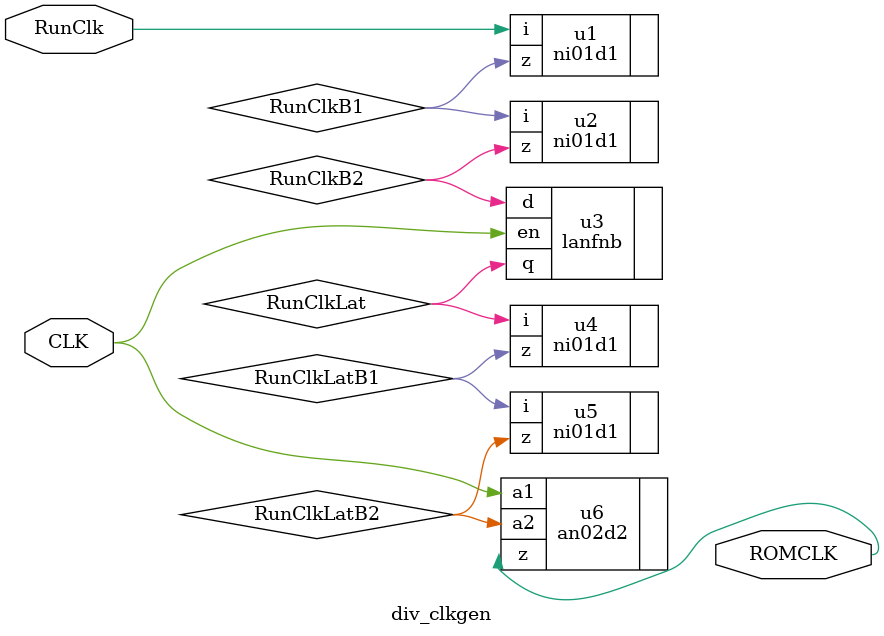
<source format=v>
/*
*************************************************************************
*									*
*               Copyright (C) 1994, Silicon Graphics, Inc.		*
*									*
*  These coded instructions, statements, and computer programs  contain	*
*  unpublished  proprietary  information of Silicon Graphics, Inc., and	*
*  are protected by Federal copyright  law.  They  may not be disclosed	*
*  to  third  parties  or copied or duplicated in any form, in whole or	*
*  in part, without the prior written consent of Silicon Graphics, Inc.	*
*									*
*************************************************************************
*/

// $Id: div_clkgen.v,v 1.1 2002/05/21 23:55:45 berndt Exp $

module div_clkgen(CLK, RunClk, ROMCLK);

input CLK;				// Clock input
input RunClk;			        // NOP
output ROMCLK;			        // Clock to ROM	

/**********************************************************
 * ROM CLOCK Generator
 *********************************************************/
wire RunClk;
wire RunClkB1;
wire RunClkB2;
wire RunClkLat;
wire RunClkLatB1;
wire RunClkLatB2;

ni01d1	u1(.z(RunClkB1), .i(RunClk));
ni01d1	u2(.z(RunClkB2), .i(RunClkB1));

lanfnb  u3(.q(RunClkLat),.d(RunClkB2), .en(CLK));

ni01d1	u4(.z(RunClkLatB1), .i(RunClkLat));
ni01d1	u5(.z(RunClkLatB2), .i(RunClkLatB1));

an02d2  u6(.z(ROMCLK), .a1(CLK), .a2(RunClkLatB2));

endmodule//div_clkgen

</source>
